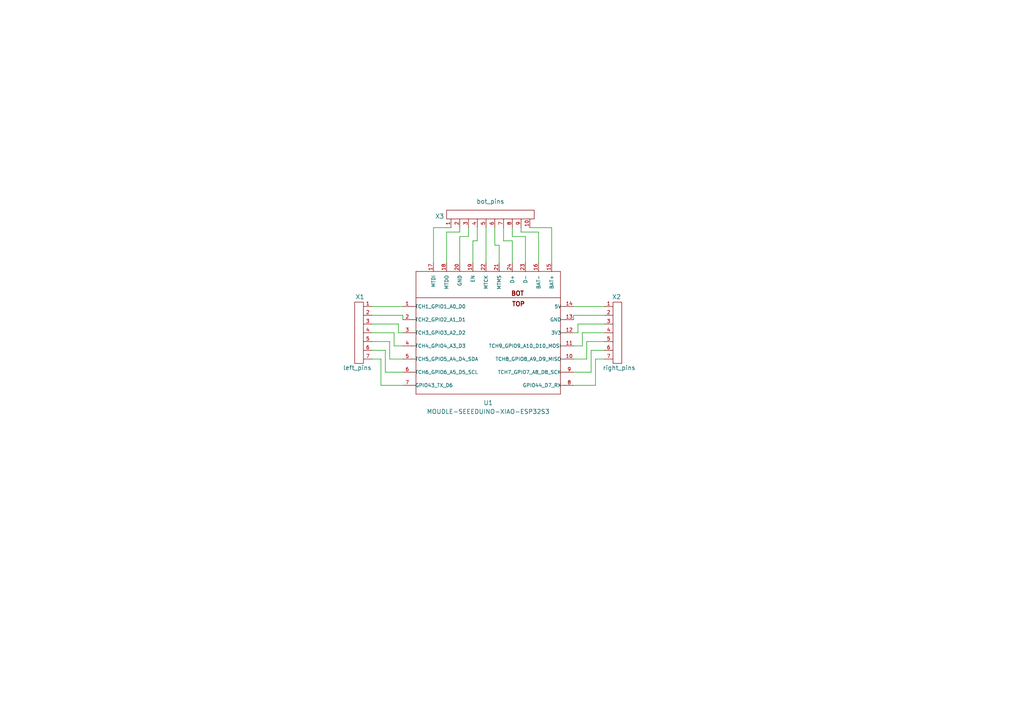
<source format=kicad_sch>
(kicad_sch (version 20250114) (generator "eeschema") (generator_version "9.0")
  (paper "A4")
  (lib_symbols
    (symbol "MOUDLE-SEEEDUINO-XIAO-ESP32S3:MOUDLE-SEEEDUINO-XIAO-ESP32S3" (pin_names (offset 1.016))
      (property "Reference" "U" (at -21.082 -15.748 0))
      (property "Value" "MOUDLE-SEEEDUINO-XIAO-ESP32S3" (at -20.828 -18.288 0))
      (symbol "MOUDLE-SEEEDUINO-XIAO-ESP32S3_0_0"
        (polyline (pts (xy -21.59 21.59) (xy 20.32 21.59)) (stroke (width 0.1524)))
        (polyline (pts (xy -21.59 13.97) (xy 20.32 13.97)) (stroke (width 0.1524)))
        (polyline (pts (xy -21.59 11.43) (xy -22.86 11.43)) (stroke (width 0.1524)))
        (polyline (pts (xy -21.59 11.43) (xy -21.59 21.59)) (stroke (width 0.1524)))
        (polyline (pts (xy -21.59 7.62) (xy -22.86 7.62)) (stroke (width 0.1524)))
        (polyline (pts (xy -21.59 7.62) (xy -21.59 11.43)) (stroke (width 0.1524)))
        (polyline (pts (xy -21.59 3.81) (xy -22.86 3.81)) (stroke (width 0.1524)))
        (polyline (pts (xy -21.59 3.81) (xy -21.59 7.62)) (stroke (width 0.1524)))
        (polyline (pts (xy -21.59 0) (xy -22.86 0)) (stroke (width 0.1524)))
        (polyline (pts (xy -21.59 0) (xy -21.59 3.81)) (stroke (width 0.1524)))
        (polyline (pts (xy -21.59 -3.81) (xy -22.86 -3.81)) (stroke (width 0.1524)))
        (polyline (pts (xy -21.59 -7.62) (xy -22.86 -7.62)) (stroke (width 0.1524)))
        (polyline (pts (xy -21.59 -11.43) (xy -22.86 -11.43)) (stroke (width 0.1524)))
        (polyline (pts (xy -21.59 -13.97) (xy -21.59 0)) (stroke (width 0.1524)))
        (polyline (pts (xy 20.32 21.59) (xy 20.32 11.43)) (stroke (width 0.1524)))
        (polyline (pts (xy 20.32 11.43) (xy 20.32 7.62)) (stroke (width 0.1524)))
        (polyline (pts (xy 20.32 7.62) (xy 20.32 3.81)) (stroke (width 0.1524)))
        (polyline (pts (xy 20.32 3.81) (xy 20.32 -13.97)) (stroke (width 0.1524)))
        (polyline (pts (xy 20.32 -13.97) (xy -21.59 -13.97)) (stroke (width 0.1524)))
        (polyline (pts (xy 21.59 11.43) (xy 20.32 11.43)) (stroke (width 0.1524)))
        (polyline (pts (xy 21.59 7.62) (xy 20.32 7.62)) (stroke (width 0.1524)))
        (polyline (pts (xy 21.59 3.81) (xy 20.32 3.81)) (stroke (width 0.1524)))
        (polyline (pts (xy 21.59 0) (xy 20.32 0)) (stroke (width 0.1524)))
        (polyline (pts (xy 21.59 -3.81) (xy 20.32 -3.81)) (stroke (width 0.1524)))
        (polyline (pts (xy 21.59 -7.62) (xy 20.32 -7.62)) (stroke (width 0.1524)))
        (polyline (pts (xy 21.59 -11.43) (xy 20.32 -11.43)) (stroke (width 0.1524)))
        (pin bidirectional line (at 24.13 11.43 180) (length 2.54) (name "5V") (number "14"))
        (pin bidirectional line (at 24.13 7.62 180) (length 2.54) (name "GND") (number "13"))
        (pin bidirectional line (at 24.13 3.81 180) (length 2.54) (name "3V3") (number "12"))
      )
      (symbol "MOUDLE-SEEEDUINO-XIAO-ESP32S3_1_0"
        (pin bidirectional line (at -25.4 11.43 0) (length 2.54) (name "TCH1_GPIO1_A0_D0") (number "1"))
        (pin bidirectional line (at -25.4 7.62 0) (length 2.54) (name "TCH2_GPIO2_A1_D1") (number "2"))
        (pin bidirectional line (at -25.4 3.81 0) (length 2.54) (name "TCH3_GPIO3_A2_D2") (number "3"))
        (pin bidirectional line (at -25.4 0 0) (length 2.54) (name "TCH4_GPIO4_A3_D3") (number "4"))
        (pin bidirectional line (at -25.4 -3.81 0) (length 2.54) (name "TCH5_GPIO5_A4_D4_SDA") (number "5"))
        (pin bidirectional line (at -25.4 -7.62 0) (length 2.54) (name "TCH6_GPIO6_A5_D5_SCL") (number "6"))
        (pin bidirectional line (at -25.4 -11.43 0) (length 2.54) (name "GPIO43_TX_D6") (number "7"))
        (pin bidirectional line (at -16.51 24.13 270) (length 2.54) (name "MTDI") (number "17"))
        (pin bidirectional line (at -12.7 24.13 270) (length 2.54) (name "MTDO") (number "18"))
        (pin bidirectional line (at -8.89 24.13 270) (length 2.54) (name "GND") (number "20"))
        (pin bidirectional line (at -5.08 24.13 270) (length 2.54) (name "EN") (number "19"))
        (pin bidirectional line (at -1.27 24.13 270) (length 2.54) (name "MTCK") (number "22"))
        (pin bidirectional line (at 2.54 24.13 270) (length 2.54) (name "MTMS") (number "21"))
        (pin bidirectional line (at 6.35 24.13 270) (length 2.54) (name "D+") (number "24"))
        (pin bidirectional line (at 10.16 24.13 270) (length 2.54) (name "D-") (number "23"))
        (pin bidirectional line (at 13.97 24.13 270) (length 2.54) (name "BAT-") (number "16"))
        (pin bidirectional line (at 17.78 24.13 270) (length 2.54) (name "BAT+") (number "15"))
        (pin bidirectional line (at 24.13 0 180) (length 2.54) (name "TCH9_GPIO9_A10_D10_MOSI") (number "11"))
        (pin bidirectional line (at 24.13 -3.81 180) (length 2.54) (name "TCH8_GPIO8_A9_D9_MISO") (number "10"))
        (pin bidirectional line (at 24.13 -7.62 180) (length 2.54) (name "TCH7_GPIO7_A8_D8_SCK") (number "9"))
        (pin bidirectional line (at 24.13 -11.43 180) (length 2.54) (name "GPIO44_D7_RX") (number "8"))
      )
      (symbol "MOUDLE-SEEEDUINO-XIAO-ESP32S3_1_1"
        (text "BOT\n" (at 7.874 15.24 0) (effects (font (size 1.27 1.27) (thickness 0.254) (bold yes))))
        (text "TOP" (at 8.128 12.192 0) (effects (font (size 1.27 1.27) (thickness 0.254) (bold yes))))
      )
    )
    (symbol "adafruit_perso:pin_header_10"
      (property "Reference" "X" (at 0 0 0))
      (symbol "pin_header_10_0_1"
        (rectangle (start 0 -1.27) (end 2.54 -26.67))
      )
      (symbol "pin_header_10_1_0"
        (pin bidirectional line (at -2.54 -2.54 0) (length 2.54) (name "") (number "1"))
        (pin bidirectional line (at -2.54 -5.08 0) (length 2.54) (name "") (number "2"))
        (pin bidirectional line (at -2.54 -7.62 0) (length 2.54) (name "") (number "3"))
        (pin bidirectional line (at -2.54 -10.16 0) (length 2.54) (name "") (number "4"))
        (pin bidirectional line (at -2.54 -12.7 0) (length 2.54) (name "") (number "5"))
        (pin bidirectional line (at -2.54 -15.24 0) (length 2.54) (name "") (number "6"))
        (pin bidirectional line (at -2.54 -17.78 0) (length 2.54) (name "") (number "7"))
        (pin bidirectional line (at -2.54 -20.32 0) (length 2.54) (name "") (number "8"))
        (pin bidirectional line (at -2.54 -22.86 0) (length 2.54) (name "") (number "9"))
        (pin bidirectional line (at -2.54 -25.4 0) (length 2.54) (name "") (number "10"))
      )
    )
    (symbol "adafruit_perso:pin_header_7"
      (property "Reference" "X" (at 0 0 0))
      (symbol "pin_header_7_0_1"
        (rectangle (start 0 -1.27) (end 2.54 -19.05))
      )
      (symbol "pin_header_7_1_0"
        (pin bidirectional line (at -2.54 -2.54 0) (length 2.54) (name "") (number "1"))
        (pin bidirectional line (at -2.54 -5.08 0) (length 2.54) (name "") (number "2"))
        (pin bidirectional line (at -2.54 -7.62 0) (length 2.54) (name "") (number "3"))
        (pin bidirectional line (at -2.54 -10.16 0) (length 2.54) (name "") (number "4"))
        (pin bidirectional line (at -2.54 -12.7 0) (length 2.54) (name "") (number "5"))
        (pin bidirectional line (at -2.54 -15.24 0) (length 2.54) (name "") (number "6"))
        (pin bidirectional line (at -2.54 -17.78 0) (length 2.54) (name "") (number "7"))
      )
    )
  )
  (wire (pts (xy 172.72 104.14) (xy 172.72 111.76)))
  (wire (pts (xy 133.35 68.58) (xy 135.89 68.58)))
  (wire (pts (xy 167.64 93.98) (xy 167.64 96.52)))
  (wire (pts (xy 152.4 68.58) (xy 148.59 68.58)))
  (wire (pts (xy 116.84 91.44) (xy 116.84 92.71)))
  (wire (pts (xy 152.4 76.2) (xy 152.4 68.58)))
  (wire (pts (xy 156.21 76.2) (xy 156.21 67.31)))
  (wire (pts (xy 148.59 69.85) (xy 146.05 69.85)))
  (wire (pts (xy 166.37 91.44) (xy 166.37 92.71)))
  (wire (pts (xy 107.95 88.9) (xy 116.84 88.9)))
  (wire (pts (xy 137.16 69.85) (xy 138.43 69.85)))
  (wire (pts (xy 170.18 104.14) (xy 166.37 104.14)))
  (wire (pts (xy 140.97 66.04) (xy 140.97 76.2)))
  (wire (pts (xy 167.64 96.52) (xy 166.37 96.52)))
  (wire (pts (xy 129.54 67.31) (xy 133.35 67.31)))
  (wire (pts (xy 133.35 67.31) (xy 133.35 66.04)))
  (wire (pts (xy 129.54 67.31) (xy 129.54 76.2)))
  (wire (pts (xy 175.26 91.44) (xy 166.37 91.44)))
  (wire (pts (xy 144.78 76.2) (xy 144.78 71.12)))
  (wire (pts (xy 115.57 93.98) (xy 115.57 96.52)))
  (wire (pts (xy 143.51 71.12) (xy 143.51 66.04)))
  (wire (pts (xy 110.49 111.76) (xy 116.84 111.76)))
  (wire (pts (xy 110.49 104.14) (xy 110.49 111.76)))
  (wire (pts (xy 107.95 91.44) (xy 116.84 91.44)))
  (wire (pts (xy 156.21 67.31) (xy 151.13 67.31)))
  (wire (pts (xy 151.13 67.31) (xy 151.13 66.04)))
  (wire (pts (xy 175.26 101.6) (xy 171.45 101.6)))
  (wire (pts (xy 114.3 100.33) (xy 116.84 100.33)))
  (wire (pts (xy 107.95 101.6) (xy 111.76 101.6)))
  (wire (pts (xy 107.95 96.52) (xy 114.3 96.52)))
  (wire (pts (xy 113.03 104.14) (xy 116.84 104.14)))
  (wire (pts (xy 160.02 66.04) (xy 160.02 76.2)))
  (wire (pts (xy 114.3 96.52) (xy 114.3 100.33)))
  (wire (pts (xy 115.57 96.52) (xy 116.84 96.52)))
  (wire (pts (xy 175.26 88.9) (xy 166.37 88.9)))
  (wire (pts (xy 146.05 69.85) (xy 146.05 66.04)))
  (wire (pts (xy 175.26 104.14) (xy 172.72 104.14)))
  (wire (pts (xy 135.89 68.58) (xy 135.89 66.04)))
  (wire (pts (xy 111.76 107.95) (xy 116.84 107.95)))
  (wire (pts (xy 137.16 76.2) (xy 137.16 69.85)))
  (wire (pts (xy 168.91 96.52) (xy 168.91 100.33)))
  (wire (pts (xy 144.78 71.12) (xy 143.51 71.12)))
  (wire (pts (xy 138.43 69.85) (xy 138.43 66.04)))
  (wire (pts (xy 113.03 99.06) (xy 113.03 104.14)))
  (wire (pts (xy 175.26 93.98) (xy 167.64 93.98)))
  (wire (pts (xy 107.95 99.06) (xy 113.03 99.06)))
  (wire (pts (xy 171.45 107.95) (xy 166.37 107.95)))
  (wire (pts (xy 107.95 93.98) (xy 115.57 93.98)))
  (wire (pts (xy 175.26 99.06) (xy 170.18 99.06)))
  (wire (pts (xy 111.76 101.6) (xy 111.76 107.95)))
  (wire (pts (xy 168.91 100.33) (xy 166.37 100.33)))
  (wire (pts (xy 125.73 66.04) (xy 125.73 76.2)))
  (wire (pts (xy 130.81 66.04) (xy 125.73 66.04)))
  (wire (pts (xy 170.18 99.06) (xy 170.18 104.14)))
  (wire (pts (xy 175.26 96.52) (xy 168.91 96.52)))
  (wire (pts (xy 171.45 101.6) (xy 171.45 107.95)))
  (wire (pts (xy 172.72 111.76) (xy 166.37 111.76)))
  (wire (pts (xy 153.67 66.04) (xy 160.02 66.04)))
  (wire (pts (xy 107.95 104.14) (xy 110.49 104.14)))
  (wire (pts (xy 133.35 68.58) (xy 133.35 76.2)))
  (wire (pts (xy 148.59 68.58) (xy 148.59 66.04)))
  (wire (pts (xy 148.59 76.2) (xy 148.59 69.85)))
  (symbol (lib_id "adafruit_perso:pin_header_7") (at 105.41 86.36 0) (mirror y) (unit 1)
    (property "Reference" "X1" (at 104.394 86.106 0))
    (property "Value" "left_pins" (at 103.632 106.68 0))
    (property "Footprint" "pin_header:PinHeader_1x07_P2.54mm_Vertical" (effects (hide yes)))
  )
  (symbol (lib_id "MOUDLE-SEEEDUINO-XIAO-ESP32S3:MOUDLE-SEEEDUINO-XIAO-ESP32S3") (at 142.24 100.33 0) (unit 1)
    (property "Reference" "U1" (at 141.605 116.84 0))
    (property "Value" "MOUDLE-SEEEDUINO-XIAO-ESP32S3" (at 141.605 119.38 0))
    (property "Footprint" "MOUDLE14P-SMD-2.54-21X17.8MM" (effects (hide yes)))
  )
  (symbol (lib_id "adafruit_perso:pin_header_7") (at 177.8 86.36 0) (unit 1)
    (property "Reference" "X2" (at 178.816 86.106 0))
    (property "Value" "right_pins" (at 179.578 106.68 0))
    (property "Footprint" "pin_header:PinHeader_1x07_P2.54mm_Vertical" (effects (hide yes)))
  )
  (symbol (lib_id "adafruit_perso:pin_header_10") (at 128.27 63.5 90) (unit 1)
    (property "Reference" "X3" (at 127.508 62.738 90))
    (property "Value" "bot_pins" (at 142.24 58.42 90))
    (property "Footprint" "pin_header:PinHeader_1x10_P2.54mm_Vertical" (effects (hide yes)))
  )
)
</source>
